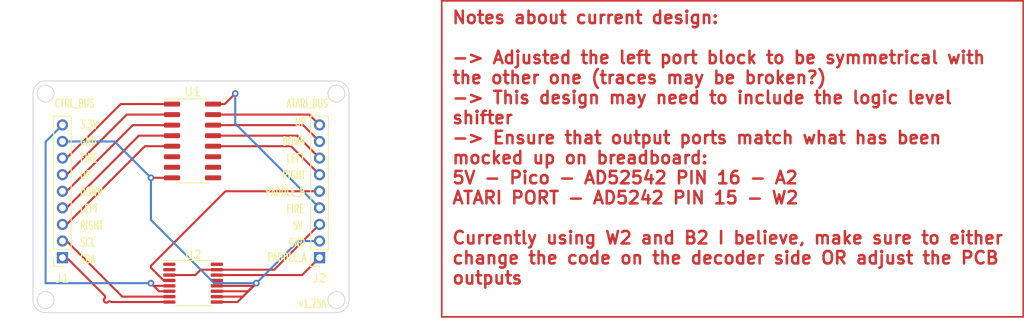
<source format=kicad_pcb>
(kicad_pcb (version 20221018) (generator pcbnew)
  (layers (0 "F.Cu" signal) (31 "B.Cu" signal) (34 "B.Paste" user) (35 "F.Paste" user) (36 "B.SilkS" user "B.Silkscreen") (37 "F.SilkS" user "F.Silkscreen") (38 "B.Mask" user) (39 "F.Mask" user) (44 "Edge.Cuts" user))
  (net 0 "")
  (net 1 "/FIRE")
  (net 2 "/UP")
  (net 3 "/DOWN")
  (net 4 "/LEFT")
  (net 5 "/RIGHT")
  (net 11 "/R_OUT")
  (net 12 "/L_OUT")
  (net 13 "/D_OUT")
  (net 14 "/U_OUT")
  (net 15 "/F_OUT")
  (net 18 "+3.3V")
  (net 19 "/SCL")
  (net 20 "/SDA")
  (net 22 "/PADDLE_A_OUT")
  (net 23 "/5V_ATARI_IN")
  (net 25 "GND")
  (net 26 "/PADDLE_B_OUT")
  (footprint "Package_SO:TSSOP-16_4.4x5mm_P0.65mm" (layer "F.Cu") (at 167.64 154.94)
    (fp_text reference "U2" (at 0 -3.45) (layer "F.SilkS"))
    (fp_text value "AD5282")
    (fp_line (start 0 -2.735) (end -3.6 -2.735) (stroke (width 0.12)) (layer "F.SilkS"))
    (fp_line (start 0 -2.735) (end 2.2 -2.735) (stroke (width 0.12)) (layer "F.SilkS"))
    (fp_line (start 0 2.735) (end -2.2 2.735) (stroke (width 0.12)) (layer "F.SilkS"))
    (fp_line (start 0 2.735) (end 2.2 2.735) (stroke (width 0.12)) (layer "F.SilkS"))
    (pad "1" smd roundrect (at -2.8625 -2.275) (size 1.475 0.4) (layers "F.Cu" "F.Paste" "F.Mask"))
    (pad "2" smd roundrect (at -2.8625 -1.625) (size 1.475 0.4) (layers "F.Cu" "F.Paste" "F.Mask"))
    (pad "3" smd roundrect (at -2.8625 -0.975) (size 1.475 0.4) (layers "F.Cu" "F.Paste" "F.Mask") (net 23 "/5V_ATARI_IN"))
    (pad "4" smd roundrect (at -2.8625 -0.325) (size 1.475 0.4) (layers "F.Cu" "F.Paste" "F.Mask") (net 26 "/PADDLE_B_OUT"))
    (pad "5" smd roundrect (at -2.8625 0.325) (size 1.475 0.4) (layers "F.Cu" "F.Paste" "F.Mask") (net 18 "+3.3V"))
    (pad "6" smd roundrect (at -2.8625 0.975) (size 1.475 0.4) (layers "F.Cu" "F.Paste" "F.Mask") (net 18 "+3.3V"))
    (pad "7" smd roundrect (at -2.8625 1.625) (size 1.475 0.4) (layers "F.Cu" "F.Paste" "F.Mask") (net 19 "/SCL"))
    (pad "8" smd roundrect (at -2.8625 2.275) (size 1.475 0.4) (layers "F.Cu" "F.Paste" "F.Mask") (net 20 "/SDA"))
    (pad "9" smd roundrect (at 2.8625 2.275) (size 1.475 0.4) (layers "F.Cu" "F.Paste" "F.Mask") (net 25 "GND"))
    (pad "10" smd roundrect (at 2.8625 1.625) (size 1.475 0.4) (layers "F.Cu" "F.Paste" "F.Mask") (net 25 "GND"))
    (pad "11" smd roundrect (at 2.8625 0.975) (size 1.475 0.4) (layers "F.Cu" "F.Paste" "F.Mask") (net 25 "GND"))
    (pad "12" smd roundrect (at 2.8625 0.325) (size 1.475 0.4) (layers "F.Cu" "F.Paste" "F.Mask") (net 25 "GND"))
    (pad "13" smd roundrect (at 2.8625 -0.325) (size 1.475 0.4) (layers "F.Cu" "F.Paste" "F.Mask"))
    (pad "14" smd roundrect (at 2.8625 -0.975) (size 1.475 0.4) (layers "F.Cu" "F.Paste" "F.Mask") (net 22 "/PADDLE_A_OUT"))
    (pad "15" smd roundrect (at 2.8625 -1.625) (size 1.475 0.4) (layers "F.Cu" "F.Paste" "F.Mask") (net 23 "/5V_ATARI_IN"))
    (pad "16" smd roundrect (at 2.8625 -2.275) (size 1.475 0.4) (layers "F.Cu" "F.Paste" "F.Mask"))
  )
  (footprint "Connector_PinSocket_2.00mm:PinSocket_1x09_P2.00mm_Vertical" (layer "F.Cu") (at 182.88 151.86 180)
    (fp_text reference "J2" (at 0 -2.5) (layer "F.SilkS"))
    (fp_text value "Conn_01x09_Socket")
    (fp_line (start -1.06 1) (end -1.06 17.06) (stroke (width 0.12)) (layer "F.SilkS"))
    (fp_line (start -1.06 1) (end 1.06 1) (stroke (width 0.12)) (layer "F.SilkS"))
    (fp_line (start -1.06 17.06) (end 1.06 17.06) (stroke (width 0.12)) (layer "F.SilkS"))
    (fp_line (start 0 -1.06) (end 1.06 -1.06) (stroke (width 0.12)) (layer "F.SilkS"))
    (fp_line (start 1.06 -1.06) (end 1.06 0) (stroke (width 0.12)) (layer "F.SilkS"))
    (fp_line (start 1.06 1) (end 1.06 17.06) (stroke (width 0.12)) (layer "F.SilkS"))
    (pad "1" thru_hole rect (at 0 0 180) (size 1.35 1.35) (drill 0.8) (layers "*.Cu" "*.Mask") (net 22 "/PADDLE_A_OUT"))
    (pad "2" thru_hole oval (at 0 2 180) (size 1.35 1.35) (drill 0.8) (layers "*.Cu" "*.Mask") (net 25 "GND"))
    (pad "3" thru_hole oval (at 0 4 180) (size 1.35 1.35) (drill 0.8) (layers "*.Cu" "*.Mask") (net 23 "/5V_ATARI_IN"))
    (pad "4" thru_hole oval (at 0 6 180) (size 1.35 1.35) (drill 0.8) (layers "*.Cu" "*.Mask") (net 15 "/F_OUT"))
    (pad "5" thru_hole oval (at 0 8 180) (size 1.35 1.35) (drill 0.8) (layers "*.Cu" "*.Mask") (net 26 "/PADDLE_B_OUT"))
    (pad "6" thru_hole oval (at 0 10 180) (size 1.35 1.35) (drill 0.8) (layers "*.Cu" "*.Mask") (net 11 "/R_OUT"))
    (pad "7" thru_hole oval (at 0 12 180) (size 1.35 1.35) (drill 0.8) (layers "*.Cu" "*.Mask") (net 12 "/L_OUT"))
    (pad "8" thru_hole oval (at 0 14 180) (size 1.35 1.35) (drill 0.8) (layers "*.Cu" "*.Mask") (net 13 "/D_OUT"))
    (pad "9" thru_hole oval (at 0 16 180) (size 1.35 1.35) (drill 0.8) (layers "*.Cu" "*.Mask") (net 14 "/U_OUT"))
  )
  (footprint "Package_SO:SOIC-16_3.9x9.9mm_P1.27mm" (layer "F.Cu") (at 167.575 137.795)
    (fp_text reference "U1" (at 0 -5.9) (layer "F.SilkS"))
    (fp_text value "ULN2003A")
    (fp_line (start 0 -5.06) (end -3.45 -5.06) (stroke (width 0.12)) (layer "F.SilkS"))
    (fp_line (start 0 -5.06) (end 1.95 -5.06) (stroke (width 0.12)) (layer "F.SilkS"))
    (fp_line (start 0 5.06) (end -1.95 5.06) (stroke (width 0.12)) (layer "F.SilkS"))
    (fp_line (start 0 5.06) (end 1.95 5.06) (stroke (width 0.12)) (layer "F.SilkS"))
    (pad "1" smd roundrect (at -2.475 -4.445) (size 1.95 0.6) (layers "F.Cu" "F.Paste" "F.Mask") (net 1 "/FIRE"))
    (pad "2" smd roundrect (at -2.475 -3.175) (size 1.95 0.6) (layers "F.Cu" "F.Paste" "F.Mask") (net 2 "/UP"))
    (pad "3" smd roundrect (at -2.475 -1.905) (size 1.95 0.6) (layers "F.Cu" "F.Paste" "F.Mask") (net 3 "/DOWN"))
    (pad "4" smd roundrect (at -2.475 -0.635) (size 1.95 0.6) (layers "F.Cu" "F.Paste" "F.Mask") (net 4 "/LEFT"))
    (pad "5" smd roundrect (at -2.475 0.635) (size 1.95 0.6) (layers "F.Cu" "F.Paste" "F.Mask") (net 5 "/RIGHT"))
    (pad "6" smd roundrect (at -2.475 1.905) (size 1.95 0.6) (layers "F.Cu" "F.Paste" "F.Mask"))
    (pad "7" smd roundrect (at -2.475 3.175) (size 1.95 0.6) (layers "F.Cu" "F.Paste" "F.Mask"))
    (pad "8" smd roundrect (at -2.475 4.445) (size 1.95 0.6) (layers "F.Cu" "F.Paste" "F.Mask") (net 25 "GND"))
    (pad "9" smd roundrect (at 2.475 4.445) (size 1.95 0.6) (layers "F.Cu" "F.Paste" "F.Mask"))
    (pad "10" smd roundrect (at 2.475 3.175) (size 1.95 0.6) (layers "F.Cu" "F.Paste" "F.Mask"))
    (pad "11" smd roundrect (at 2.475 1.905) (size 1.95 0.6) (layers "F.Cu" "F.Paste" "F.Mask"))
    (pad "12" smd roundrect (at 2.475 0.635) (size 1.95 0.6) (layers "F.Cu" "F.Paste" "F.Mask") (net 11 "/R_OUT"))
    (pad "13" smd roundrect (at 2.475 -0.635) (size 1.95 0.6) (layers "F.Cu" "F.Paste" "F.Mask") (net 12 "/L_OUT"))
    (pad "14" smd roundrect (at 2.475 -1.905) (size 1.95 0.6) (layers "F.Cu" "F.Paste" "F.Mask") (net 13 "/D_OUT"))
    (pad "15" smd roundrect (at 2.475 -3.175) (size 1.95 0.6) (layers "F.Cu" "F.Paste" "F.Mask") (net 14 "/U_OUT"))
    (pad "16" smd roundrect (at 2.475 -4.445) (size 1.95 0.6) (layers "F.Cu" "F.Paste" "F.Mask") (net 15 "/F_OUT"))
  )
  (footprint "Connector_PinSocket_2.00mm:PinSocket_1x09_P2.00mm_Vertical" (layer "F.Cu") (at 151.892 151.86 180)
    (fp_text reference "J1" (at 0 -2.5) (layer "F.SilkS"))
    (fp_text value "Conn_01x09_Socket")
    (fp_line (start -1.06 1) (end -1.06 17.06) (stroke (width 0.12)) (layer "F.SilkS"))
    (fp_line (start -1.06 1) (end 1.06 1) (stroke (width 0.12)) (layer "F.SilkS"))
    (fp_line (start -1.06 17.06) (end 1.06 17.06) (stroke (width 0.12)) (layer "F.SilkS"))
    (fp_line (start 0 -1.06) (end 1.06 -1.06) (stroke (width 0.12)) (layer "F.SilkS"))
    (fp_line (start 1.06 -1.06) (end 1.06 0) (stroke (width 0.12)) (layer "F.SilkS"))
    (fp_line (start 1.06 1) (end 1.06 17.06) (stroke (width 0.12)) (layer "F.SilkS"))
    (pad "1" thru_hole rect (at 0 0 180) (size 1.35 1.35) (drill 0.8) (layers "*.Cu" "*.Mask") (net 20 "/SDA"))
    (pad "2" thru_hole oval (at 0 2 180) (size 1.35 1.35) (drill 0.8) (layers "*.Cu" "*.Mask") (net 19 "/SCL"))
    (pad "3" thru_hole oval (at 0 4 180) (size 1.35 1.35) (drill 0.8) (layers "*.Cu" "*.Mask") (net 5 "/RIGHT"))
    (pad "4" thru_hole oval (at 0 6 180) (size 1.35 1.35) (drill 0.8) (layers "*.Cu" "*.Mask") (net 4 "/LEFT"))
    (pad "5" thru_hole oval (at 0 8 180) (size 1.35 1.35) (drill 0.8) (layers "*.Cu" "*.Mask") (net 3 "/DOWN"))
    (pad "6" thru_hole oval (at 0 10 180) (size 1.35 1.35) (drill 0.8) (layers "*.Cu" "*.Mask") (net 2 "/UP"))
    (pad "7" thru_hole oval (at 0 12 180) (size 1.35 1.35) (drill 0.8) (layers "*.Cu" "*.Mask") (net 1 "/FIRE"))
    (pad "8" thru_hole oval (at 0 14 180) (size 1.35 1.35) (drill 0.8) (layers "*.Cu" "*.Mask") (net 25 "GND"))
    (pad "9" thru_hole oval (at 0 16 180) (size 1.35 1.35) (drill 0.8) (layers "*.Cu" "*.Mask") (net 18 "+3.3V"))
  )
  (gr_arc (start 186.436 156.972) (mid 185.989631 158.049631) (end 184.912 158.496) (stroke (width 0.1)) (layer "Edge.Cuts"))
  (gr_line (start 149.86 130.556) (end 184.912 130.556) (stroke (width 0.1)) (layer "Edge.Cuts"))
  (gr_line (start 186.436 132.08) (end 186.436 156.972) (stroke (width 0.1)) (layer "Edge.Cuts"))
  (gr_circle (center 149.86 156.972) (end 150.876 156.972) (stroke (width 0.1)) (fill none) (layer "Edge.Cuts"))
  (gr_line (start 184.912 158.496) (end 149.86 158.496) (stroke (width 0.1)) (layer "Edge.Cuts"))
  (gr_circle (center 149.86 132.08) (end 150.876 132.08) (stroke (width 0.1)) (fill none) (layer "Edge.Cuts"))
  (gr_arc (start 149.86 158.496) (mid 148.782369 158.049631) (end 148.336 156.972) (stroke (width 0.1)) (layer "Edge.Cuts"))
  (gr_arc (start 148.336 132.08) (mid 148.782369 131.002369) (end 149.86 130.556) (stroke (width 0.1)) (layer "Edge.Cuts"))
  (gr_arc (start 184.912 130.556) (mid 185.989631 131.002369) (end 186.436 132.08) (stroke (width 0.1)) (layer "Edge.Cuts"))
  (gr_circle (center 184.912 132.08) (end 185.928 132.08) (stroke (width 0.1)) (fill none) (layer "Edge.Cuts"))
  (gr_line (start 148.336 156.972) (end 148.336 132.08) (stroke (width 0.1)) (layer "Edge.Cuts"))
  (gr_circle (center 184.912 156.972) (end 185.928 156.972) (stroke (width 0.1)) (fill none) (layer "Edge.Cuts"))
  (gr_text "UP" (at 179.832 136.144) (layer "F.SilkS") (effects (font (size 1 0.65)) (justify left bottom)))
  (gr_text "FIRE" (at 178.816 146.558) (layer "F.SilkS") (effects (font (size 1 0.65)) (justify left bottom)))
  (gr_text "UP" (at 153.924 142.494) (layer "F.SilkS") (effects (font (size 1 0.65)) (justify left bottom)))
  (gr_text "PADDLE_A" (at 176.53 152.4) (layer "F.SilkS") (effects (font (size 1 0.65)) (justify left bottom)))
  (gr_text "GND" (at 179.07 150.622) (layer "F.SilkS") (effects (font (size 1 0.65)) (justify left bottom)))
  (gr_text "LEFT" (at 153.924 146.558) (layer "F.SilkS") (effects (font (size 1 0.65)) (justify left bottom)))
  (gr_text "FIRE\n" (at 153.924 140.462) (layer "F.SilkS") (effects (font (size 1 0.65)) (justify left bottom)))
  (gr_text "ATARI_BUS" (at 178.816 133.858) (layer "F.SilkS") (effects (font (size 1 0.65)) (justify left bottom)))
  (gr_text "DOWN" (at 153.924 144.526) (layer "F.SilkS") (effects (font (size 1 0.65)) (justify left bottom)))
  (gr_text "5V" (at 179.578 148.59) (layer "F.SilkS") (effects (font (size 1 0.65)) (justify left bottom)))
  (gr_text "RIGHT" (at 153.924 148.59) (layer "F.SilkS") (effects (font (size 1 0.65)) (justify left bottom)))
  (gr_text "DOWN" (at 178.308 138.43) (layer "F.SilkS") (effects (font (size 1 0.65)) (justify left bottom)))
  (gr_text "GND" (at 153.924 138.43) (layer "F.SilkS") (effects (font (size 1 0.65)) (justify left bottom)))
  (gr_text "PADDLE_B" (at 176.276 144.526) (layer "F.SilkS") (effects (font (size 1 0.65)) (justify left bottom)))
  (gr_text "SCL\n" (at 153.924 150.622) (layer "F.SilkS") (effects (font (size 1 0.65)) (justify left bottom)))
  (gr_text "3.3V" (at 153.924 136.398) (layer "F.SilkS") (effects (font (size 1 0.65)) (justify left bottom)))
  (gr_text "v1.25A\n" (at 180.34 157.988) (layer "F.SilkS") (effects (font (size 1 0.65)) (justify left bottom)))
  (gr_text "SDA" (at 153.924 152.654) (layer "F.SilkS") (effects (font (size 1 0.65)) (justify left bottom)))
  (gr_text "LEFT" (at 178.816 140.462) (layer "F.SilkS") (effects (font (size 1 0.65)) (justify left bottom)))
  (gr_text "CTRL_BUS" (at 150.876 133.858) (layer "F.SilkS") (effects (font (size 1 0.65)) (justify left bottom)))
  (gr_text "RIGHT" (at 178.308 142.494) (layer "F.SilkS") (effects (font (size 1 0.65)) (justify left bottom)))
  (gr_text_box "Notes about current design:\n\n-> Adjusted the left port block to be symmetrical with the other one (traces may be broken?)\n-> This design may need to include the logic level shifter\n-> Ensure that output ports match what has been mocked up on breadboard:\n5V - Pico - AD52542 PIN 16 - A2\nATARI PORT - AD5242 PIN 15 - W2\n\nCurrently using W2 and B2 I believe, make sure to either change the code on the decoder side OR adjust the PCB outputs" (start 197.612 120.904) (end 267.716 159.004) (layer "F.Cu") (effects (font (size 1.5 1.5) (thickness 0.3) bold) (justify left top)) (stroke (width 0.2)))
  (segment (start 152.4 139.86) (end 158.91 133.35) (width 0.25) (layer "F.Cu") (net 1))
  (segment (start 158.91 133.35) (end 165.1 133.35) (width 0.25) (layer "F.Cu") (net 1))
  (segment (start 151.892 139.86) (end 152.4 139.86) (width 0.25) (layer "F.Cu") (net 1))
  (segment (start 151.892 141.86) (end 152.4 141.86) (width 0.25) (layer "F.Cu") (net 2))
  (segment (start 159.64 134.62) (end 165.1 134.62) (width 0.25) (layer "F.Cu") (net 2))
  (segment (start 152.4 141.86) (end 159.64 134.62) (width 0.25) (layer "F.Cu") (net 2))
  (segment (start 151.892 143.86) (end 152.4 143.86) (width 0.25) (layer "F.Cu") (net 3))
  (segment (start 152.4 143.86) (end 160.37 135.89) (width 0.25) (layer "F.Cu") (net 3))
  (segment (start 160.37 135.89) (end 165.1 135.89) (width 0.25) (layer "F.Cu") (net 3))
  (segment (start 152.4 145.86) (end 161.1 137.16) (width 0.25) (layer "F.Cu") (net 4))
  (segment (start 161.1 137.16) (end 165.1 137.16) (width 0.25) (layer "F.Cu") (net 4))
  (segment (start 151.892 145.86) (end 152.4 145.86) (width 0.25) (layer "F.Cu") (net 4))
  (segment (start 152.4 147.86) (end 161.83 138.43) (width 0.25) (layer "F.Cu") (net 5))
  (segment (start 151.892 147.86) (end 152.4 147.86) (width 0.25) (layer "F.Cu") (net 5))
  (segment (start 161.83 138.43) (end 165.1 138.43) (width 0.25) (layer "F.Cu") (net 5))
  (segment (start 182.88 141.86) (end 179.45 138.43) (width 0.25) (layer "F.Cu") (net 11))
  (segment (start 179.45 138.43) (end 170.05 138.43) (width 0.25) (layer "F.Cu") (net 11))
  (segment (start 182.88 139.86) (end 180.18 137.16) (width 0.25) (layer "F.Cu") (net 12))
  (segment (start 180.18 137.16) (end 170.05 137.16) (width 0.25) (layer "F.Cu") (net 12))
  (segment (start 180.91 135.89) (end 170.05 135.89) (width 0.25) (layer "F.Cu") (net 13))
  (segment (start 182.88 137.86) (end 180.91 135.89) (width 0.25) (layer "F.Cu") (net 13))
  (segment (start 182.88 135.86) (end 181.64 134.62) (width 0.25) (layer "F.Cu") (net 14))
  (segment (start 181.64 134.62) (end 170.05 134.62) (width 0.25) (layer "F.Cu") (net 14))
  (segment (start 172.72 132.08) (end 171.45 133.35) (width 0.25) (layer "F.Cu") (net 15))
  (segment (start 171.45 133.35) (end 170.05 133.35) (width 0.25) (layer "F.Cu") (net 15))
  (via (at 172.72 132.08) (size 0.8) (drill 0.4) (layers "F.Cu" "B.Cu") (net 15))
  (segment (start 172.72 132.08) (end 172.72 135.7) (width 0.25) (layer "B.Cu") (net 15))
  (segment (start 172.72 135.7) (end 182.88 145.86) (width 0.25) (layer "B.Cu") (net 15))
  (segment (start 162.56 154.94) (end 163.535 155.915) (width 0.25) (layer "F.Cu") (net 18))
  (segment (start 162.885 155.265) (end 164.7775 155.265) (width 0.25) (layer "F.Cu") (net 18))
  (segment (start 162.56 154.94) (end 162.885 155.265) (width 0.25) (layer "F.Cu") (net 18))
  (segment (start 163.535 155.915) (end 164.7775 155.915) (width 0.25) (layer "F.Cu") (net 18))
  (via (at 162.56 154.94) (size 0.8) (drill 0.4) (layers "F.Cu" "B.Cu") (net 18))
  (segment (start 149.86 137.892) (end 149.86 154.94) (width 0.25) (layer "B.Cu") (net 18))
  (segment (start 149.86 154.94) (end 162.56 154.94) (width 0.25) (layer "B.Cu") (net 18))
  (segment (start 152.4 135.86) (end 151.892 135.86) (width 0.25) (layer "B.Cu") (net 18))
  (segment (start 151.892 135.86) (end 149.86 137.892) (width 0.25) (layer "B.Cu") (net 18))
  (segment (start 152.4 149.86) (end 159.105 156.565) (width 0.25) (layer "F.Cu") (net 19))
  (segment (start 151.892 149.86) (end 152.4 149.86) (width 0.25) (layer "F.Cu") (net 19))
  (segment (start 159.105 156.565) (end 164.7775 156.565) (width 0.25) (layer "F.Cu") (net 19))
  (segment (start 157.001864 157.214999) (end 157.001866 157.215) (width 0.25) (layer "F.Cu") (net 20))
  (segment (start 156.954167 156.414166) (end 156.954168 156.414168) (width 0.25) (layer "F.Cu") (net 20))
  (segment (start 164.7775 157.215) (end 157.755 157.215) (width 0.25) (layer "F.Cu") (net 20))
  (segment (start 156.954169 156.790735) (end 156.954167 156.790734) (width 0.25) (layer "F.Cu") (net 20))
  (segment (start 157.378433 157.214999) (end 157.378432 157.214999) (width 0.25) (layer "F.Cu") (net 20))
  (segment (start 156.954168 156.414168) (end 152.4 151.86) (width 0.25) (layer "F.Cu") (net 20))
  (segment (start 152.4 151.86) (end 151.892 151.86) (width 0.25) (layer "F.Cu") (net 20))
  (segment (start 157.001866 157.215) (end 156.954168 157.167302) (width 0.25) (layer "F.Cu") (net 20))
  (arc (start 157.755 157.215) (mid 157.566716 157.137009) (end 157.378433 157.214999) (width 0.25) (layer "F.Cu") (net 20))
  (arc (start 156.954167 156.790734) (mid 157.032157 156.60245) (end 156.954167 156.414166) (width 0.25) (layer "F.Cu") (net 20))
  (arc (start 157.378432 157.214999) (mid 157.190148 157.292989) (end 157.001864 157.214999) (width 0.25) (layer "F.Cu") (net 20))
  (arc (start 156.954168 157.167302) (mid 156.876178 156.979017) (end 156.954169 156.790735) (width 0.25) (layer "F.Cu") (net 20))
  (segment (start 180.775 153.965) (end 170.5025 153.965) (width 0.25) (layer "F.Cu") (net 22))
  (segment (start 182.88 151.86) (end 180.775 153.965) (width 0.25) (layer "F.Cu") (net 22))
  (segment (start 170.5025 153.315) (end 168.555 153.315) (width 0.25) (layer "F.Cu") (net 23))
  (segment (start 168.555 153.315) (end 167.905 153.965) (width 0.25) (layer "F.Cu") (net 23))
  (segment (start 182.88 147.86) (end 177.425 153.315) (width 0.25) (layer "F.Cu") (net 23))
  (segment (start 177.425 153.315) (end 170.5025 153.315) (width 0.25) (layer "F.Cu") (net 23))
  (segment (start 167.905 153.965) (end 164.7775 153.965) (width 0.25) (layer "F.Cu") (net 23))
  (segment (start 174.935 155.265) (end 170.5025 155.265) (width 0.25) (layer "F.Cu") (net 25))
  (segment (start 175.26 154.94) (end 172.985 157.215) (width 0.25) (layer "F.Cu") (net 25))
  (segment (start 173.635 156.565) (end 170.5025 156.565) (width 0.25) (layer "F.Cu") (net 25))
  (segment (start 172.985 157.215) (end 170.5025 157.215) (width 0.25) (layer "F.Cu") (net 25))
  (segment (start 175.26 154.94) (end 173.635 156.565) (width 0.25) (layer "F.Cu") (net 25))
  (segment (start 175.26 154.94) (end 174.285 155.915) (width 0.25) (layer "F.Cu") (net 25))
  (segment (start 175.26 154.94) (end 174.935 155.265) (width 0.25) (layer "F.Cu") (net 25))
  (segment (start 162.56 142.24) (end 165.1 142.24) (width 0.25) (layer "F.Cu") (net 25))
  (segment (start 174.285 155.915) (end 170.5025 155.915) (width 0.25) (layer "F.Cu") (net 25))
  (via (at 162.56 142.24) (size 0.8) (drill 0.4) (layers "F.Cu" "B.Cu") (net 25))
  (via (at 175.26 154.94) (size 0.8) (drill 0.4) (layers "F.Cu" "B.Cu") (net 25))
  (segment (start 175.26 154.94) (end 170.18 154.94) (width 0.25) (layer "B.Cu") (net 25))
  (segment (start 162.56 147.32) (end 162.56 142.24) (width 0.25) (layer "B.Cu") (net 25))
  (segment (start 180.34 149.86) (end 175.26 154.94) (width 0.25) (layer "B.Cu") (net 25))
  (segment (start 170.18 154.94) (end 162.56 147.32) (width 0.25) (layer "B.Cu") (net 25))
  (segment (start 158.18 137.86) (end 162.56 142.24) (width 0.25) (layer "B.Cu") (net 25))
  (segment (start 151.892 137.86) (end 158.18 137.86) (width 0.25) (layer "B.Cu") (net 25))
  (segment (start 182.88 149.86) (end 180.34 149.86) (width 0.25) (layer "B.Cu") (net 25))
  (segment (start 164.088958 154.615) (end 164.7775 154.615) (width 0.25) (layer "F.Cu") (net 26))
  (segment (start 171.546396 143.86) (end 162.56 152.846396) (width 0.25) (layer "F.Cu") (net 26))
  (segment (start 162.56 153.086042) (end 164.088958 154.615) (width 0.25) (layer "F.Cu") (net 26))
  (segment (start 182.88 143.86) (end 171.546396 143.86) (width 0.25) (layer "F.Cu") (net 26))
  (segment (start 162.56 152.846396) (end 162.56 153.086042) (width 0.25) (layer "F.Cu") (net 26))
)
</source>
